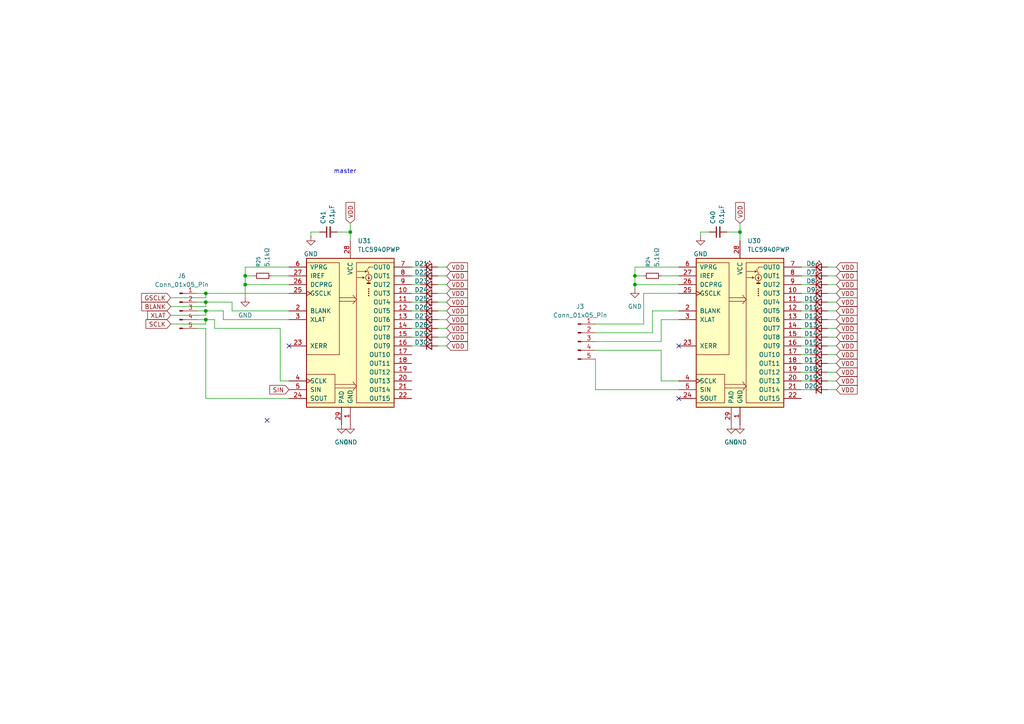
<source format=kicad_sch>
(kicad_sch (version 20250114) (generator "eeschema") (generator_version "9.0")
  (paper "A4")
  (lib_symbols
    (symbol "Connector:Conn_01x05_Pin" (pin_names (offset 1.016) (hide yes))
      (property "Reference" "J" (at 0 7.62 0))
      (property "Value" "Conn_01x05_Pin" (at 0 -7.62 0))
      (symbol "Conn_01x05_Pin_1_1"
        (rectangle (start 0.8636 5.207) (end 0 4.953) (stroke (width 0.1524)) (fill (type outline)))
        (rectangle (start 0.8636 2.667) (end 0 2.413) (stroke (width 0.1524)) (fill (type outline)))
        (rectangle (start 0.8636 0.127) (end 0 -0.127) (stroke (width 0.1524)) (fill (type outline)))
        (rectangle (start 0.8636 -2.413) (end 0 -2.667) (stroke (width 0.1524)) (fill (type outline)))
        (rectangle (start 0.8636 -4.953) (end 0 -5.207) (stroke (width 0.1524)) (fill (type outline)))
        (polyline (pts (xy 1.27 5.08) (xy 0.8636 5.08)) (stroke (width 0.1524)))
        (polyline (pts (xy 1.27 2.54) (xy 0.8636 2.54)) (stroke (width 0.1524)))
        (polyline (pts (xy 1.27 0) (xy 0.8636 0)) (stroke (width 0.1524)))
        (polyline (pts (xy 1.27 -2.54) (xy 0.8636 -2.54)) (stroke (width 0.1524)))
        (polyline (pts (xy 1.27 -5.08) (xy 0.8636 -5.08)) (stroke (width 0.1524)))
        (pin passive line (at 5.08 5.08 180) (length 3.81) (name "Pin_1") (number "1"))
        (pin passive line (at 5.08 2.54 180) (length 3.81) (name "Pin_2") (number "2"))
        (pin passive line (at 5.08 0 180) (length 3.81) (name "Pin_3") (number "3"))
        (pin passive line (at 5.08 -2.54 180) (length 3.81) (name "Pin_4") (number "4"))
        (pin passive line (at 5.08 -5.08 180) (length 3.81) (name "Pin_5") (number "5"))
      )
    )
    (symbol "Device:C_Small" (pin_numbers (hide yes)) (pin_names (offset 0.254) (hide yes))
      (property "Reference" "C" (at 0.254 1.778 0))
      (property "Value" "C_Small" (at 0.254 -2.032 0))
      (symbol "C_Small_0_1"
        (polyline (pts (xy -1.524 0.508) (xy 1.524 0.508)) (stroke (width 0.3048)))
        (polyline (pts (xy -1.524 -0.508) (xy 1.524 -0.508)) (stroke (width 0.3302)))
      )
      (symbol "C_Small_1_1"
        (pin passive line (at 0 2.54 270) (length 2.032) (name "~") (number "1"))
        (pin passive line (at 0 -2.54 90) (length 2.032) (name "~") (number "2"))
      )
    )
    (symbol "Device:LED_Small" (pin_numbers (hide yes)) (pin_names (offset 0.254) (hide yes))
      (property "Reference" "D" (at -1.27 3.175 0))
      (property "Value" "LED_Small" (at -4.445 -2.54 0))
      (symbol "LED_Small_0_1"
        (polyline (pts (xy -0.762 -1.016) (xy -0.762 1.016)) (stroke (width 0.254)))
        (polyline (pts (xy 0 0.762) (xy -0.508 1.27) (xy -0.254 1.27) (xy -0.508 1.27) (xy -0.508 1.016)))
        (polyline (pts (xy 0.508 1.27) (xy 0 1.778) (xy 0.254 1.778) (xy 0 1.778) (xy 0 1.524)))
        (polyline (pts (xy 0.762 -1.016) (xy -0.762 0) (xy 0.762 1.016) (xy 0.762 -1.016)) (stroke (width 0.254)))
        (polyline (pts (xy 1.016 0) (xy -0.762 0)))
      )
      (symbol "LED_Small_1_1"
        (pin passive line (at -2.54 0 0) (length 1.778) (name "K") (number "1"))
        (pin passive line (at 2.54 0 180) (length 1.778) (name "A") (number "2"))
      )
    )
    (symbol "Device:R_Small" (pin_numbers (hide yes)) (pin_names (offset 0.254) (hide yes))
      (property "Reference" "R" (at 0 0 90))
      (property "Value" "R_Small" (at 1.778 0 90))
      (symbol "R_Small_0_1"
        (rectangle (start -0.762 1.778) (end 0.762 -1.778) (stroke (width 0.2032)))
      )
      (symbol "R_Small_1_1"
        (pin passive line (at 0 2.54 270) (length 0.762) (name "~") (number "1"))
        (pin passive line (at 0 -2.54 90) (length 0.762) (name "~") (number "2"))
      )
    )
    (symbol "Driver_LED:TLC5940PWP" (pin_names (offset 1.016))
      (property "Reference" "U" (at -12.7 22.225 0))
      (property "Value" "TLC5940PWP" (at 1.27 22.225 0))
      (symbol "TLC5940PWP_0_1"
        (rectangle (start -12.7 20.32) (end 12.7 -22.86) (stroke (width 0.254)) (fill (type background)))
        (rectangle (start -12.7 19.05) (end -3.175 -7.62))
        (rectangle (start -12.7 -21.59) (end -4.445 -13.335))
        (polyline (pts (xy -4.318 -16.256) (xy 1.27 -16.256)))
        (polyline (pts (xy -3.175 8.89) (xy 1.27 8.89)))
        (polyline (pts (xy 1.27 7.874) (xy -3.175 7.874)))
        (polyline (pts (xy 1.27 -17.272) (xy -4.318 -17.272)))
        (rectangle (start 1.778 19.05) (end 12.7 -21.59))
        (polyline (pts (xy 1.778 8.382) (xy 0.762 9.652)))
        (polyline (pts (xy 1.778 8.382) (xy 0.762 7.112)))
        (polyline (pts (xy 1.778 -16.764) (xy 0.762 -15.494)))
        (polyline (pts (xy 1.778 -16.764) (xy 0.762 -18.034)))
        (polyline (pts (xy 2.032 16.51) (xy 4.826 16.51) (xy 4.318 16.764) (xy 4.826 16.51) (xy 4.318 16.256)))
        (polyline (pts (xy 2.032 14.732) (xy 4.064 14.732) (xy 3.556 14.986) (xy 4.064 14.732) (xy 3.556 14.478)))
        (rectangle (start 4.826 13.208) (end 5.842 12.954) (fill (type outline)))
        (polyline (pts (xy 5.334 17.272) (xy 5.334 17.78) (xy 6.604 17.78)))
        (polyline (pts (xy 5.334 15.748) (xy 5.334 16.002) (xy 4.826 17.272)))
        (polyline (pts (xy 5.334 15.24) (xy 5.334 14.224) (xy 5.08 14.732)))
        (circle (center 5.334 14.732) (radius 0.9144))
        (polyline (pts (xy 5.334 14.224) (xy 5.588 14.732)))
        (polyline (pts (xy 5.334 13.716) (xy 5.334 13.208)))
        (circle (center 5.334 11.43) (radius 0.127) (fill (type outline)))
        (circle (center 5.334 10.795) (radius 0.127) (fill (type outline)))
        (circle (center 5.334 10.16) (radius 0.127) (fill (type outline)))
        (circle (center 5.334 9.525) (radius 0.127) (fill (type outline)))
      )
      (symbol "TLC5940PWP_1_1"
        (pin input line (at -17.78 17.78 0) (length 5.08) (name "VPRG") (number "6"))
        (pin input line (at -17.78 15.24 0) (length 5.08) (name "IREF") (number "27"))
        (pin input line (at -17.78 12.7 0) (length 5.08) (name "DCPRG") (number "26"))
        (pin input clock (at -17.78 10.16 0) (length 5.08) (name "GSCLK") (number "25"))
        (pin input line (at -17.78 5.08 0) (length 5.08) (name "BLANK") (number "2"))
        (pin input line (at -17.78 2.54 0) (length 5.08) (name "XLAT") (number "3"))
        (pin open_collector line (at -17.78 -5.08 0) (length 5.08) (name "XERR") (number "23"))
        (pin input clock (at -17.78 -15.24 0) (length 5.08) (name "SCLK") (number "4"))
        (pin input line (at -17.78 -17.78 0) (length 5.08) (name "SIN") (number "5"))
        (pin output line (at -17.78 -20.32 0) (length 5.08) (name "SOUT") (number "24"))
        (pin input line (at -2.54 -27.94 90) (length 5.08) (name "PAD") (number "29"))
        (pin power_in line (at 0 25.4 270) (length 5.08) (name "VCC") (number "28"))
        (pin power_in line (at 0 -27.94 90) (length 5.08) (name "GND") (number "1"))
        (pin open_collector line (at 17.78 17.78 180) (length 5.08) (name "OUT0") (number "7"))
        (pin open_collector line (at 17.78 15.24 180) (length 5.08) (name "OUT1") (number "8"))
        (pin open_collector line (at 17.78 12.7 180) (length 5.08) (name "OUT2") (number "9"))
        (pin open_collector line (at 17.78 10.16 180) (length 5.08) (name "OUT3") (number "10"))
        (pin open_collector line (at 17.78 7.62 180) (length 5.08) (name "OUT4") (number "11"))
        (pin open_collector line (at 17.78 5.08 180) (length 5.08) (name "OUT5") (number "12"))
        (pin open_collector line (at 17.78 2.54 180) (length 5.08) (name "OUT6") (number "13"))
        (pin open_collector line (at 17.78 0 180) (length 5.08) (name "OUT7") (number "14"))
        (pin open_collector line (at 17.78 -2.54 180) (length 5.08) (name "OUT8") (number "15"))
        (pin open_collector line (at 17.78 -5.08 180) (length 5.08) (name "OUT9") (number "16"))
        (pin open_collector line (at 17.78 -7.62 180) (length 5.08) (name "OUT10") (number "17"))
        (pin open_collector line (at 17.78 -10.16 180) (length 5.08) (name "OUT11") (number "18"))
        (pin open_collector line (at 17.78 -12.7 180) (length 5.08) (name "OUT12") (number "19"))
        (pin open_collector line (at 17.78 -15.24 180) (length 5.08) (name "OUT13") (number "20"))
        (pin open_collector line (at 17.78 -17.78 180) (length 5.08) (name "OUT14") (number "21"))
        (pin open_collector line (at 17.78 -20.32 180) (length 5.08) (name "OUT15") (number "22"))
      )
    )
    (symbol "power:GND" (power) (pin_numbers (hide yes)) (pin_names (offset 0) (hide yes))
      (property "Value" "GND" (at 0 -3.81 0))
      (symbol "GND_0_1"
        (polyline (pts (xy 0 0) (xy 0 -1.27) (xy 1.27 -1.27) (xy 0 -2.54) (xy -1.27 -1.27) (xy 0 -1.27)))
      )
      (symbol "GND_1_1"
        (pin power_in line (at 0 0 270) (length 0) (name "~") (number "1"))
      )
    )
  )
  (text "master\n" (at 100.076 49.784 0) (effects (font (size 1.27 1.27))))
  (junction (at 59.69 90.17))
  (junction (at 214.63 67.31))
  (junction (at 59.69 85.09))
  (junction (at 71.12 82.55))
  (junction (at 184.15 82.55))
  (junction (at 71.12 80.01))
  (junction (at 59.69 92.71))
  (junction (at 101.6 67.31))
  (junction (at 59.69 87.63))
  (junction (at 184.15 80.01))
  (no_connect (at 77.47 121.92))
  (no_connect (at 83.82 100.33))
  (no_connect (at 196.85 100.33))
  (no_connect (at 196.85 115.57))
  (wire (pts (xy 127 97.79) (xy 129.54 97.79)))
  (wire (pts (xy 186.69 93.98) (xy 172.72 93.98)))
  (wire (pts (xy 191.77 80.01) (xy 196.85 80.01)))
  (wire (pts (xy 191.77 110.49) (xy 191.77 101.6)))
  (wire (pts (xy 240.03 82.55) (xy 242.57 82.55)))
  (wire (pts (xy 172.72 104.14) (xy 172.72 113.03)))
  (wire (pts (xy 196.85 85.09) (xy 186.69 85.09)))
  (wire (pts (xy 59.69 90.17) (xy 57.15 90.17)))
  (wire (pts (xy 49.53 91.44) (xy 59.69 91.44)))
  (wire (pts (xy 90.17 67.31) (xy 92.71 67.31)))
  (wire (pts (xy 214.63 67.31) (xy 214.63 69.85)))
  (wire (pts (xy 127 92.71) (xy 129.54 92.71)))
  (wire (pts (xy 127 85.09) (xy 129.54 85.09)))
  (wire (pts (xy 121.92 100.33) (xy 119.38 100.33)))
  (wire (pts (xy 127 77.47) (xy 129.54 77.47)))
  (wire (pts (xy 71.12 82.55) (xy 83.82 82.55)))
  (wire (pts (xy 121.92 82.55) (xy 119.38 82.55)))
  (wire (pts (xy 240.03 95.25) (xy 242.57 95.25)))
  (wire (pts (xy 127 90.17) (xy 129.54 90.17)))
  (wire (pts (xy 234.95 82.55) (xy 232.41 82.55)))
  (wire (pts (xy 234.95 85.09) (xy 232.41 85.09)))
  (wire (pts (xy 71.12 77.47) (xy 71.12 80.01)))
  (wire (pts (xy 127 87.63) (xy 129.54 87.63)))
  (wire (pts (xy 189.23 90.17) (xy 196.85 90.17)))
  (wire (pts (xy 184.15 82.55) (xy 196.85 82.55)))
  (wire (pts (xy 57.15 85.09) (xy 59.69 85.09)))
  (wire (pts (xy 62.23 95.25) (xy 81.28 95.25)))
  (wire (pts (xy 234.95 92.71) (xy 232.41 92.71)))
  (wire (pts (xy 191.77 99.06) (xy 172.72 99.06)))
  (wire (pts (xy 59.69 87.63) (xy 67.31 87.63)))
  (wire (pts (xy 234.95 95.25) (xy 232.41 95.25)))
  (wire (pts (xy 81.28 110.49) (xy 83.82 110.49)))
  (wire (pts (xy 121.92 97.79) (xy 119.38 97.79)))
  (wire (pts (xy 127 80.01) (xy 129.54 80.01)))
  (wire (pts (xy 127 100.33) (xy 129.54 100.33)))
  (wire (pts (xy 67.31 90.17) (xy 83.82 90.17)))
  (wire (pts (xy 240.03 97.79) (xy 242.57 97.79)))
  (wire (pts (xy 240.03 90.17) (xy 242.57 90.17)))
  (wire (pts (xy 121.92 90.17) (xy 119.38 90.17)))
  (wire (pts (xy 234.95 113.03) (xy 232.41 113.03)))
  (wire (pts (xy 189.23 96.52) (xy 189.23 90.17)))
  (wire (pts (xy 196.85 77.47) (xy 184.15 77.47)))
  (wire (pts (xy 240.03 107.95) (xy 242.57 107.95)))
  (wire (pts (xy 234.95 90.17) (xy 232.41 90.17)))
  (wire (pts (xy 59.69 92.71) (xy 62.23 92.71)))
  (wire (pts (xy 57.15 87.63) (xy 59.69 87.63)))
  (wire (pts (xy 234.95 77.47) (xy 232.41 77.47)))
  (wire (pts (xy 49.53 86.36) (xy 59.69 86.36)))
  (wire (pts (xy 234.95 80.01) (xy 232.41 80.01)))
  (wire (pts (xy 234.95 97.79) (xy 232.41 97.79)))
  (wire (pts (xy 184.15 82.55) (xy 184.15 80.01)))
  (wire (pts (xy 71.12 80.01) (xy 73.66 80.01)))
  (wire (pts (xy 127 95.25) (xy 129.54 95.25)))
  (wire (pts (xy 83.82 92.71) (xy 64.77 92.71)))
  (wire (pts (xy 67.31 87.63) (xy 67.31 90.17)))
  (wire (pts (xy 184.15 83.82) (xy 184.15 82.55)))
  (wire (pts (xy 240.03 92.71) (xy 242.57 92.71)))
  (wire (pts (xy 240.03 87.63) (xy 242.57 87.63)))
  (wire (pts (xy 59.69 88.9) (xy 59.69 87.63)))
  (wire (pts (xy 240.03 77.47) (xy 242.57 77.47)))
  (wire (pts (xy 121.92 87.63) (xy 119.38 87.63)))
  (wire (pts (xy 121.92 95.25) (xy 119.38 95.25)))
  (wire (pts (xy 78.74 80.01) (xy 83.82 80.01)))
  (wire (pts (xy 49.53 93.98) (xy 59.69 93.98)))
  (wire (pts (xy 121.92 92.71) (xy 119.38 92.71)))
  (wire (pts (xy 234.95 110.49) (xy 232.41 110.49)))
  (wire (pts (xy 210.82 67.31) (xy 214.63 67.31)))
  (wire (pts (xy 196.85 110.49) (xy 191.77 110.49)))
  (wire (pts (xy 186.69 85.09) (xy 186.69 93.98)))
  (wire (pts (xy 71.12 86.36) (xy 71.12 82.55)))
  (wire (pts (xy 234.95 102.87) (xy 232.41 102.87)))
  (wire (pts (xy 49.53 88.9) (xy 59.69 88.9)))
  (wire (pts (xy 172.72 113.03) (xy 196.85 113.03)))
  (wire (pts (xy 59.69 86.36) (xy 59.69 85.09)))
  (wire (pts (xy 59.69 93.98) (xy 59.69 92.71)))
  (wire (pts (xy 234.95 100.33) (xy 232.41 100.33)))
  (wire (pts (xy 196.85 92.71) (xy 191.77 92.71)))
  (wire (pts (xy 59.69 91.44) (xy 59.69 90.17)))
  (wire (pts (xy 121.92 85.09) (xy 119.38 85.09)))
  (wire (pts (xy 57.15 92.71) (xy 59.69 92.71)))
  (wire (pts (xy 64.77 92.71) (xy 64.77 90.17)))
  (wire (pts (xy 240.03 80.01) (xy 242.57 80.01)))
  (wire (pts (xy 240.03 113.03) (xy 242.57 113.03)))
  (wire (pts (xy 234.95 105.41) (xy 232.41 105.41)))
  (wire (pts (xy 214.63 64.77) (xy 214.63 67.31)))
  (wire (pts (xy 90.17 68.58) (xy 90.17 67.31)))
  (wire (pts (xy 101.6 67.31) (xy 101.6 69.85)))
  (wire (pts (xy 97.79 67.31) (xy 101.6 67.31)))
  (wire (pts (xy 62.23 92.71) (xy 62.23 95.25)))
  (wire (pts (xy 234.95 107.95) (xy 232.41 107.95)))
  (wire (pts (xy 127 82.55) (xy 129.54 82.55)))
  (wire (pts (xy 240.03 105.41) (xy 242.57 105.41)))
  (wire (pts (xy 71.12 82.55) (xy 71.12 80.01)))
  (wire (pts (xy 203.2 68.58) (xy 203.2 67.31)))
  (wire (pts (xy 59.69 95.25) (xy 59.69 115.57)))
  (wire (pts (xy 184.15 77.47) (xy 184.15 80.01)))
  (wire (pts (xy 240.03 100.33) (xy 242.57 100.33)))
  (wire (pts (xy 121.92 80.01) (xy 119.38 80.01)))
  (wire (pts (xy 172.72 96.52) (xy 189.23 96.52)))
  (wire (pts (xy 59.69 85.09) (xy 83.82 85.09)))
  (wire (pts (xy 101.6 64.77) (xy 101.6 67.31)))
  (wire (pts (xy 234.95 87.63) (xy 232.41 87.63)))
  (wire (pts (xy 184.15 80.01) (xy 186.69 80.01)))
  (wire (pts (xy 203.2 67.31) (xy 205.74 67.31)))
  (wire (pts (xy 240.03 102.87) (xy 242.57 102.87)))
  (wire (pts (xy 191.77 92.71) (xy 191.77 99.06)))
  (wire (pts (xy 191.77 101.6) (xy 172.72 101.6)))
  (wire (pts (xy 81.28 95.25) (xy 81.28 110.49)))
  (wire (pts (xy 57.15 95.25) (xy 59.69 95.25)))
  (wire (pts (xy 83.82 77.47) (xy 71.12 77.47)))
  (wire (pts (xy 240.03 85.09) (xy 242.57 85.09)))
  (wire (pts (xy 59.69 115.57) (xy 83.82 115.57)))
  (wire (pts (xy 64.77 90.17) (xy 59.69 90.17)))
  (wire (pts (xy 240.03 110.49) (xy 242.57 110.49)))
  (wire (pts (xy 121.92 77.47) (xy 119.38 77.47)))
  (global_label "VDD" (shape input) (at 129.54 85.09 0) (property "Intersheetrefs" "${INTERSHEET_REFS}" (effects (hide yes))))
  (global_label "VDD" (shape input) (at 129.54 90.17 0) (property "Intersheetrefs" "${INTERSHEET_REFS}" (effects (hide yes))))
  (global_label "BLANK" (shape input) (at 49.53 88.9 180) (property "Intersheetrefs" "${INTERSHEET_REFS}" (effects (hide yes))))
  (global_label "SIN" (shape input) (at 83.82 113.03 180) (property "Intersheetrefs" "${INTERSHEET_REFS}" (effects (hide yes))))
  (global_label "VDD" (shape input) (at 242.57 113.03 0) (property "Intersheetrefs" "${INTERSHEET_REFS}" (effects (hide yes))))
  (global_label "VDD" (shape input) (at 129.54 97.79 0) (property "Intersheetrefs" "${INTERSHEET_REFS}" (effects (hide yes))))
  (global_label "VDD" (shape input) (at 129.54 77.47 0) (property "Intersheetrefs" "${INTERSHEET_REFS}" (effects (hide yes))))
  (global_label "VDD" (shape input) (at 129.54 100.33 0) (property "Intersheetrefs" "${INTERSHEET_REFS}" (effects (hide yes))))
  (global_label "VDD" (shape input) (at 242.57 87.63 0) (property "Intersheetrefs" "${INTERSHEET_REFS}" (effects (hide yes))))
  (global_label "VDD" (shape input) (at 129.54 80.01 0) (property "Intersheetrefs" "${INTERSHEET_REFS}" (effects (hide yes))))
  (global_label "VDD" (shape input) (at 242.57 107.95 0) (property "Intersheetrefs" "${INTERSHEET_REFS}" (effects (hide yes))))
  (global_label "VDD" (shape input) (at 242.57 100.33 0) (property "Intersheetrefs" "${INTERSHEET_REFS}" (effects (hide yes))))
  (global_label "VDD" (shape input) (at 242.57 77.47 0) (property "Intersheetrefs" "${INTERSHEET_REFS}" (effects (hide yes))))
  (global_label "VDD" (shape input) (at 242.57 92.71 0) (property "Intersheetrefs" "${INTERSHEET_REFS}" (effects (hide yes))))
  (global_label "VDD" (shape input) (at 101.6 64.77 90) (property "Intersheetrefs" "${INTERSHEET_REFS}" (effects (hide yes))))
  (global_label "VDD" (shape input) (at 129.54 87.63 0) (property "Intersheetrefs" "${INTERSHEET_REFS}" (effects (hide yes))))
  (global_label "VDD" (shape input) (at 242.57 85.09 0) (property "Intersheetrefs" "${INTERSHEET_REFS}" (effects (hide yes))))
  (global_label "SCLK" (shape input) (at 49.53 93.98 180) (property "Intersheetrefs" "${INTERSHEET_REFS}" (effects (hide yes))))
  (global_label "GSCLK" (shape input) (at 49.53 86.36 180) (property "Intersheetrefs" "${INTERSHEET_REFS}" (effects (hide yes))))
  (global_label "VDD" (shape input) (at 242.57 90.17 0) (property "Intersheetrefs" "${INTERSHEET_REFS}" (effects (hide yes))))
  (global_label "VDD" (shape input) (at 242.57 97.79 0) (property "Intersheetrefs" "${INTERSHEET_REFS}" (effects (hide yes))))
  (global_label "VDD" (shape input) (at 242.57 95.25 0) (property "Intersheetrefs" "${INTERSHEET_REFS}" (effects (hide yes))))
  (global_label "VDD" (shape input) (at 214.63 64.77 90) (property "Intersheetrefs" "${INTERSHEET_REFS}" (effects (hide yes))))
  (global_label "VDD" (shape input) (at 242.57 80.01 0) (property "Intersheetrefs" "${INTERSHEET_REFS}" (effects (hide yes))))
  (global_label "VDD" (shape input) (at 242.57 102.87 0) (property "Intersheetrefs" "${INTERSHEET_REFS}" (effects (hide yes))))
  (global_label "VDD" (shape input) (at 242.57 105.41 0) (property "Intersheetrefs" "${INTERSHEET_REFS}" (effects (hide yes))))
  (global_label "VDD" (shape input) (at 129.54 82.55 0) (property "Intersheetrefs" "${INTERSHEET_REFS}" (effects (hide yes))))
  (global_label "VDD" (shape input) (at 242.57 82.55 0) (property "Intersheetrefs" "${INTERSHEET_REFS}" (effects (hide yes))))
  (global_label "XLAT" (shape input) (at 49.53 91.44 180) (property "Intersheetrefs" "${INTERSHEET_REFS}" (effects (hide yes))))
  (global_label "VDD" (shape input) (at 242.57 110.49 0) (property "Intersheetrefs" "${INTERSHEET_REFS}" (effects (hide yes))))
  (global_label "VDD" (shape input) (at 129.54 92.71 0) (property "Intersheetrefs" "${INTERSHEET_REFS}" (effects (hide yes))))
  (global_label "VDD" (shape input) (at 129.54 95.25 0) (property "Intersheetrefs" "${INTERSHEET_REFS}" (effects (hide yes))))
  (symbol (lib_id "power:GND") (at 71.12 86.36 0) (unit 1)
    (property "Reference" "#PWR031" (effects (hide yes)))
    (property "Value" "GND" (at 71.12 91.44 0))
    (property "Description" "Power symbol creates a global label with name \"GND\" , ground" (effects (hide yes)))
  )
  (symbol (lib_id "Device:R_Small") (at 76.2 80.01 90) (unit 1)
    (property "Reference" "R25" (at 74.9299 77.47 0) (effects (font (size 1.016 1.016)) (justify left)))
    (property "Value" "5.1kΩ" (at 77.4699 77.47 0) (effects (justify left)))
    (property "Footprint" "Resistor_SMD:R_0805_2012Metric" (effects (hide yes)))
    (property "Description" "Resistor, small symbol" (effects (hide yes)))
  )
  (symbol (lib_id "power:GND") (at 203.2 68.58 0) (unit 1)
    (property "Reference" "#PWR029" (effects (hide yes)))
    (property "Value" "GND" (at 203.2 73.66 0))
    (property "Description" "Power symbol creates a global label with name \"GND\" , ground" (effects (hide yes)))
  )
  (symbol (lib_id "power:GND") (at 212.09 123.19 0) (unit 1)
    (property "Reference" "#PWR072" (effects (hide yes)))
    (property "Value" "GND" (at 212.09 128.27 0))
    (property "Description" "Power symbol creates a global label with name \"GND\" , ground" (effects (hide yes)))
  )
  (symbol (lib_id "Device:LED_Small") (at 237.49 80.01 0) (unit 1)
    (property "Reference" "D7" (at 235.204 78.994 0))
    (property "Value" "LED_Small" (effects (hide yes)))
    (property "Footprint" "LED_SMD:LED_1206_3216Metric" (effects (hide yes)))
    (property "Description" "Light emitting diode, small symbol" (effects (hide yes)))
    (property "Sim.Pin" "1=K 2=A" (effects (hide yes)))
  )
  (symbol (lib_id "Device:LED_Small") (at 124.46 80.01 0) (unit 1)
    (property "Reference" "D22" (at 122.174 78.994 0))
    (property "Value" "LED_Small" (effects (hide yes)))
    (property "Footprint" "LED_SMD:LED_1206_3216Metric" (effects (hide yes)))
    (property "Description" "Light emitting diode, small symbol" (effects (hide yes)))
    (property "Sim.Pin" "1=K 2=A" (effects (hide yes)))
  )
  (symbol (lib_id "Device:LED_Small") (at 124.46 95.25 0) (unit 1)
    (property "Reference" "D28" (at 122.174 94.234 0))
    (property "Value" "LED_Small" (effects (hide yes)))
    (property "Footprint" "LED_SMD:LED_1206_3216Metric" (effects (hide yes)))
    (property "Description" "Light emitting diode, small symbol" (effects (hide yes)))
    (property "Sim.Pin" "1=K 2=A" (effects (hide yes)))
  )
  (symbol (lib_id "Device:LED_Small") (at 237.49 97.79 0) (unit 1)
    (property "Reference" "D14" (at 235.204 96.774 0))
    (property "Value" "LED_Small" (effects (hide yes)))
    (property "Footprint" "LED_SMD:LED_1206_3216Metric" (effects (hide yes)))
    (property "Description" "Light emitting diode, small symbol" (effects (hide yes)))
    (property "Sim.Pin" "1=K 2=A" (effects (hide yes)))
  )
  (symbol (lib_id "Device:LED_Small") (at 237.49 110.49 0) (unit 1)
    (property "Reference" "D19" (at 235.204 109.474 0))
    (property "Value" "LED_Small" (effects (hide yes)))
    (property "Footprint" "LED_SMD:LED_1206_3216Metric" (effects (hide yes)))
    (property "Description" "Light emitting diode, small symbol" (effects (hide yes)))
    (property "Sim.Pin" "1=K 2=A" (effects (hide yes)))
  )
  (symbol (lib_id "Device:LED_Small") (at 237.49 90.17 0) (unit 1)
    (property "Reference" "D11" (at 235.204 89.154 0))
    (property "Value" "LED_Small" (effects (hide yes)))
    (property "Footprint" "LED_SMD:LED_1206_3216Metric" (effects (hide yes)))
    (property "Description" "Light emitting diode, small symbol" (effects (hide yes)))
    (property "Sim.Pin" "1=K 2=A" (effects (hide yes)))
  )
  (symbol (lib_id "Device:LED_Small") (at 237.49 95.25 0) (unit 1)
    (property "Reference" "D13" (at 235.204 94.234 0))
    (property "Value" "LED_Small" (effects (hide yes)))
    (property "Footprint" "LED_SMD:LED_1206_3216Metric" (effects (hide yes)))
    (property "Description" "Light emitting diode, small symbol" (effects (hide yes)))
    (property "Sim.Pin" "1=K 2=A" (effects (hide yes)))
  )
  (symbol (lib_id "Device:R_Small") (at 189.23 80.01 90) (unit 1)
    (property "Reference" "R24" (at 187.9599 77.47 0) (effects (font (size 1.016 1.016)) (justify left)))
    (property "Value" "5.1kΩ" (at 190.4999 77.47 0) (effects (justify left)))
    (property "Footprint" "Resistor_SMD:R_0805_2012Metric" (effects (hide yes)))
    (property "Description" "Resistor, small symbol" (effects (hide yes)))
  )
  (symbol (lib_id "power:GND") (at 99.06 123.19 0) (unit 1)
    (property "Reference" "#PWR073" (effects (hide yes)))
    (property "Value" "GND" (at 99.06 128.27 0))
    (property "Description" "Power symbol creates a global label with name \"GND\" , ground" (effects (hide yes)))
  )
  (symbol (lib_id "Device:LED_Small") (at 237.49 77.47 0) (unit 1)
    (property "Reference" "D6" (at 235.204 76.454 0))
    (property "Value" "LED_Small" (effects (hide yes)))
    (property "Footprint" "LED_SMD:LED_1206_3216Metric" (effects (hide yes)))
    (property "Description" "Light emitting diode, small symbol" (effects (hide yes)))
    (property "Sim.Pin" "1=K 2=A" (effects (hide yes)))
  )
  (symbol (lib_id "Device:LED_Small") (at 124.46 77.47 0) (unit 1)
    (property "Reference" "D21" (at 122.174 76.454 0))
    (property "Value" "LED_Small" (effects (hide yes)))
    (property "Footprint" "LED_SMD:LED_1206_3216Metric" (effects (hide yes)))
    (property "Description" "Light emitting diode, small symbol" (effects (hide yes)))
    (property "Sim.Pin" "1=K 2=A" (effects (hide yes)))
  )
  (symbol (lib_id "Device:LED_Small") (at 237.49 87.63 0) (unit 1)
    (property "Reference" "D10" (at 235.204 86.614 0))
    (property "Value" "LED_Small" (effects (hide yes)))
    (property "Footprint" "LED_SMD:LED_1206_3216Metric" (effects (hide yes)))
    (property "Description" "Light emitting diode, small symbol" (effects (hide yes)))
    (property "Sim.Pin" "1=K 2=A" (effects (hide yes)))
  )
  (symbol (lib_id "Driver_LED:TLC5940PWP") (at 101.6 95.25 0) (unit 1)
    (property "Reference" "U31" (at 103.7433 69.85 0) (effects (justify left)))
    (property "Value" "TLC5940PWP" (at 103.7433 72.39 0) (effects (justify left)))
    (property "Footprint" "Package_SO:HTSSOP-28-1EP_4.4x9.7mm_P0.65mm_EP3.4x9.5mm_Mask2.4x6.17mm_ThermalVias" (effects (hide yes)))
    (property "Datasheet" "http://www.ti.com/lit/ds/symlink/tlc5940.pdf" (effects (hide yes)))
    (property "Description" "16-Channel LED Driver With DOT Correction and Grayscale PWM Control, TSSOP package with thermal pad" (effects (hide yes)))
  )
  (symbol (lib_id "Device:LED_Small") (at 124.46 82.55 0) (unit 1)
    (property "Reference" "D23" (at 122.174 81.534 0))
    (property "Value" "LED_Small" (effects (hide yes)))
    (property "Footprint" "LED_SMD:LED_1206_3216Metric" (effects (hide yes)))
    (property "Description" "Light emitting diode, small symbol" (effects (hide yes)))
    (property "Sim.Pin" "1=K 2=A" (effects (hide yes)))
  )
  (symbol (lib_id "Connector:Conn_01x05_Pin") (at 167.64 99.06 0) (unit 1)
    (property "Reference" "J3" (at 168.275 88.9 0))
    (property "Value" "Conn_01x05_Pin" (at 168.275 91.44 0))
    (property "Footprint" "Connector_PinHeader_2.54mm:PinHeader_1x05_P2.54mm_Vertical" (effects (hide yes)))
    (property "Description" "Generic connector, single row, 01x05, script generated" (effects (hide yes)))
  )
  (symbol (lib_id "power:GND") (at 90.17 68.58 0) (unit 1)
    (property "Reference" "#PWR036" (effects (hide yes)))
    (property "Value" "GND" (at 90.17 73.66 0))
    (property "Description" "Power symbol creates a global label with name \"GND\" , ground" (effects (hide yes)))
  )
  (symbol (lib_id "Driver_LED:TLC5940PWP") (at 214.63 95.25 0) (unit 1)
    (property "Reference" "U30" (at 216.7733 69.85 0) (effects (justify left)))
    (property "Value" "TLC5940PWP" (at 216.7733 72.39 0) (effects (justify left)))
    (property "Footprint" "Package_SO:HTSSOP-28-1EP_4.4x9.7mm_P0.65mm_EP3.4x9.5mm_Mask2.4x6.17mm_ThermalVias" (effects (hide yes)))
    (property "Datasheet" "http://www.ti.com/lit/ds/symlink/tlc5940.pdf" (effects (hide yes)))
    (property "Description" "16-Channel LED Driver With DOT Correction and Grayscale PWM Control, TSSOP package with thermal pad" (effects (hide yes)))
  )
  (symbol (lib_id "Device:LED_Small") (at 124.46 85.09 0) (unit 1)
    (property "Reference" "D24" (at 122.174 84.074 0))
    (property "Value" "LED_Small" (effects (hide yes)))
    (property "Footprint" "LED_SMD:LED_1206_3216Metric" (effects (hide yes)))
    (property "Description" "Light emitting diode, small symbol" (effects (hide yes)))
    (property "Sim.Pin" "1=K 2=A" (effects (hide yes)))
  )
  (symbol (lib_id "Device:LED_Small") (at 237.49 105.41 0) (unit 1)
    (property "Reference" "D17" (at 235.204 104.394 0))
    (property "Value" "LED_Small" (effects (hide yes)))
    (property "Footprint" "LED_SMD:LED_1206_3216Metric" (effects (hide yes)))
    (property "Description" "Light emitting diode, small symbol" (effects (hide yes)))
    (property "Sim.Pin" "1=K 2=A" (effects (hide yes)))
  )
  (symbol (lib_id "Device:LED_Small") (at 124.46 100.33 0) (unit 1)
    (property "Reference" "D30" (at 122.174 99.314 0))
    (property "Value" "LED_Small" (effects (hide yes)))
    (property "Footprint" "LED_SMD:LED_1206_3216Metric" (effects (hide yes)))
    (property "Description" "Light emitting diode, small symbol" (effects (hide yes)))
    (property "Sim.Pin" "1=K 2=A" (effects (hide yes)))
  )
  (symbol (lib_id "power:GND") (at 184.15 83.82 0) (unit 1)
    (property "Reference" "#PWR030" (effects (hide yes)))
    (property "Value" "GND" (at 184.15 88.9 0))
    (property "Description" "Power symbol creates a global label with name \"GND\" , ground" (effects (hide yes)))
  )
  (symbol (lib_id "Device:LED_Small") (at 237.49 92.71 0) (unit 1)
    (property "Reference" "D12" (at 235.204 91.694 0))
    (property "Value" "LED_Small" (effects (hide yes)))
    (property "Footprint" "LED_SMD:LED_1206_3216Metric" (effects (hide yes)))
    (property "Description" "Light emitting diode, small symbol" (effects (hide yes)))
    (property "Sim.Pin" "1=K 2=A" (effects (hide yes)))
  )
  (symbol (lib_id "Device:LED_Small") (at 124.46 90.17 0) (unit 1)
    (property "Reference" "D26" (at 122.174 89.154 0))
    (property "Value" "LED_Small" (effects (hide yes)))
    (property "Footprint" "LED_SMD:LED_1206_3216Metric" (effects (hide yes)))
    (property "Description" "Light emitting diode, small symbol" (effects (hide yes)))
    (property "Sim.Pin" "1=K 2=A" (effects (hide yes)))
  )
  (symbol (lib_id "power:GND") (at 214.63 123.19 0) (unit 1)
    (property "Reference" "#PWR028" (effects (hide yes)))
    (property "Value" "GND" (at 214.63 128.27 0))
    (property "Description" "Power symbol creates a global label with name \"GND\" , ground" (effects (hide yes)))
  )
  (symbol (lib_id "Device:LED_Small") (at 237.49 107.95 0) (unit 1)
    (property "Reference" "D18" (at 235.204 106.934 0))
    (property "Value" "LED_Small" (effects (hide yes)))
    (property "Footprint" "LED_SMD:LED_1206_3216Metric" (effects (hide yes)))
    (property "Description" "Light emitting diode, small symbol" (effects (hide yes)))
    (property "Sim.Pin" "1=K 2=A" (effects (hide yes)))
  )
  (symbol (lib_id "Device:LED_Small") (at 237.49 102.87 0) (unit 1)
    (property "Reference" "D16" (at 235.204 101.854 0))
    (property "Value" "LED_Small" (effects (hide yes)))
    (property "Footprint" "LED_SMD:LED_1206_3216Metric" (effects (hide yes)))
    (property "Description" "Light emitting diode, small symbol" (effects (hide yes)))
    (property "Sim.Pin" "1=K 2=A" (effects (hide yes)))
  )
  (symbol (lib_id "Device:LED_Small") (at 237.49 100.33 0) (unit 1)
    (property "Reference" "D15" (at 235.204 99.314 0))
    (property "Value" "LED_Small" (effects (hide yes)))
    (property "Footprint" "LED_SMD:LED_1206_3216Metric" (effects (hide yes)))
    (property "Description" "Light emitting diode, small symbol" (effects (hide yes)))
    (property "Sim.Pin" "1=K 2=A" (effects (hide yes)))
  )
  (symbol (lib_id "Device:LED_Small") (at 124.46 87.63 0) (unit 1)
    (property "Reference" "D25" (at 122.174 86.614 0))
    (property "Value" "LED_Small" (effects (hide yes)))
    (property "Footprint" "LED_SMD:LED_1206_3216Metric" (effects (hide yes)))
    (property "Description" "Light emitting diode, small symbol" (effects (hide yes)))
    (property "Sim.Pin" "1=K 2=A" (effects (hide yes)))
  )
  (symbol (lib_id "Device:LED_Small") (at 237.49 113.03 0) (unit 1)
    (property "Reference" "D20" (at 235.204 112.014 0))
    (property "Value" "LED_Small" (effects (hide yes)))
    (property "Footprint" "LED_SMD:LED_1206_3216Metric" (effects (hide yes)))
    (property "Description" "Light emitting diode, small symbol" (effects (hide yes)))
    (property "Sim.Pin" "1=K 2=A" (effects (hide yes)))
  )
  (symbol (lib_id "Connector:Conn_01x05_Pin") (at 52.07 90.17 0) (unit 1)
    (property "Reference" "J6" (at 52.705 80.01 0))
    (property "Value" "Conn_01x05_Pin" (at 52.705 82.55 0))
    (property "Footprint" "1_udu_lib:custom_pads" (effects (hide yes)))
    (property "Description" "Generic connector, single row, 01x05, script generated" (effects (hide yes)))
  )
  (symbol (lib_id "Device:LED_Small") (at 237.49 85.09 0) (unit 1)
    (property "Reference" "D9" (at 235.204 84.074 0))
    (property "Value" "LED_Small" (effects (hide yes)))
    (property "Footprint" "LED_SMD:LED_1206_3216Metric" (effects (hide yes)))
    (property "Description" "Light emitting diode, small symbol" (effects (hide yes)))
    (property "Sim.Pin" "1=K 2=A" (effects (hide yes)))
  )
  (symbol (lib_id "power:GND") (at 101.6 123.19 0) (unit 1)
    (property "Reference" "#PWR037" (effects (hide yes)))
    (property "Value" "GND" (at 101.6 128.27 0))
    (property "Description" "Power symbol creates a global label with name \"GND\" , ground" (effects (hide yes)))
  )
  (symbol (lib_id "Device:C_Small") (at 95.25 67.31 90) (unit 1)
    (property "Reference" "C41" (at 93.726 65.024 0) (effects (justify left)))
    (property "Value" "0.1μF" (at 96.266 65.024 0) (effects (justify left)))
    (property "Footprint" "Capacitor_SMD:C_0805_2012Metric" (effects (hide yes)))
    (property "Description" "Unpolarized capacitor, small symbol" (effects (hide yes)))
  )
  (symbol (lib_id "Device:C_Small") (at 208.28 67.31 90) (unit 1)
    (property "Reference" "C40" (at 206.756 65.024 0) (effects (justify left)))
    (property "Value" "0.1μF" (at 209.296 65.024 0) (effects (justify left)))
    (property "Footprint" "Capacitor_SMD:C_0805_2012Metric" (effects (hide yes)))
    (property "Description" "Unpolarized capacitor, small symbol" (effects (hide yes)))
  )
  (symbol (lib_id "Device:LED_Small") (at 124.46 97.79 0) (unit 1)
    (property "Reference" "D29" (at 122.174 96.774 0))
    (property "Value" "LED_Small" (effects (hide yes)))
    (property "Footprint" "LED_SMD:LED_1206_3216Metric" (effects (hide yes)))
    (property "Description" "Light emitting diode, small symbol" (effects (hide yes)))
    (property "Sim.Pin" "1=K 2=A" (effects (hide yes)))
  )
  (symbol (lib_id "Device:LED_Small") (at 124.46 92.71 0) (unit 1)
    (property "Reference" "D27" (at 122.174 91.694 0))
    (property "Value" "LED_Small" (effects (hide yes)))
    (property "Footprint" "LED_SMD:LED_1206_3216Metric" (effects (hide yes)))
    (property "Description" "Light emitting diode, small symbol" (effects (hide yes)))
    (property "Sim.Pin" "1=K 2=A" (effects (hide yes)))
  )
  (symbol (lib_id "Device:LED_Small") (at 237.49 82.55 0) (unit 1)
    (property "Reference" "D8" (at 235.204 81.534 0))
    (property "Value" "LED_Small" (effects (hide yes)))
    (property "Footprint" "LED_SMD:LED_1206_3216Metric" (effects (hide yes)))
    (property "Description" "Light emitting diode, small symbol" (effects (hide yes)))
    (property "Sim.Pin" "1=K 2=A" (effects (hide yes)))
  )
)
</source>
